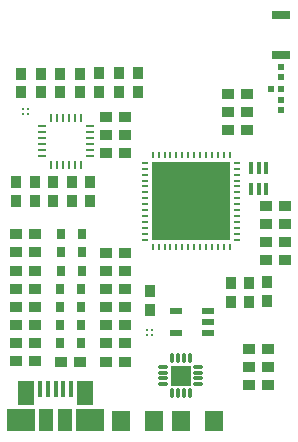
<source format=gtp>
%FSLAX25Y25*%
%MOIN*%
G70*
G01*
G75*
G04 Layer_Color=8421504*
%ADD10R,0.03937X0.03740*%
%ADD11R,0.25984X0.25984*%
%ADD12O,0.00945X0.02362*%
%ADD13O,0.02362X0.00945*%
%ADD14R,0.02165X0.02362*%
%ADD15R,0.02362X0.02165*%
%ADD16R,0.03740X0.03937*%
%ADD17C,0.00984*%
%ADD18R,0.01772X0.05433*%
%ADD19R,0.09350X0.07480*%
%ADD20R,0.04606X0.07480*%
%ADD21R,0.05807X0.08268*%
%ADD22R,0.03150X0.00984*%
%ADD23R,0.00984X0.03150*%
%ADD24R,0.03937X0.02165*%
%ADD25R,0.04134X0.02362*%
%ADD26R,0.06693X0.06693*%
%ADD27O,0.03347X0.01102*%
%ADD28O,0.01102X0.03347*%
%ADD29R,0.03150X0.03740*%
%ADD30R,0.06299X0.07087*%
%ADD31R,0.01378X0.03937*%
%ADD32R,0.06299X0.03150*%
%ADD33C,0.01200*%
%ADD34C,0.00800*%
%ADD35C,0.01500*%
%ADD36C,0.02000*%
%ADD37C,0.01000*%
%ADD38C,0.01826*%
%ADD39R,0.04000X0.04100*%
%ADD40R,0.01300X0.04400*%
%ADD41R,0.04000X0.04200*%
%ADD42C,0.05906*%
%ADD43R,0.05906X0.05906*%
%ADD44C,0.02200*%
%ADD45C,0.04331*%
%ADD46C,0.05000*%
%ADD47C,0.04000*%
%ADD48R,0.06728X0.02402*%
%ADD49C,0.03098*%
%ADD50R,0.02362X0.03937*%
%ADD51R,0.03937X0.02362*%
%ADD52R,0.07500X0.05500*%
%ADD53R,0.07100X0.05500*%
%ADD54R,0.05500X0.07500*%
%ADD55R,0.03200X0.05900*%
%ADD56R,0.04724X0.04331*%
%ADD57R,0.05906X0.03150*%
%ADD58R,0.02402X0.06728*%
%ADD59C,0.01800*%
%ADD60C,0.01181*%
%ADD61C,0.01969*%
%ADD62R,0.02362X0.02362*%
%ADD63C,0.00394*%
%ADD64C,0.00591*%
%ADD65C,0.00787*%
%ADD66C,0.00315*%
%ADD67C,0.00400*%
%ADD68C,0.00600*%
%ADD69C,0.00700*%
D10*
X316750Y304700D02*
D03*
X310450D02*
D03*
X309750Y389600D02*
D03*
X303450D02*
D03*
X316750Y310700D02*
D03*
X310450D02*
D03*
X239150Y312400D02*
D03*
X232850D02*
D03*
X269150Y387800D02*
D03*
X262850D02*
D03*
X269150Y381800D02*
D03*
X262850D02*
D03*
X239150Y348900D02*
D03*
X232850D02*
D03*
X239150Y342700D02*
D03*
X232850D02*
D03*
Y336700D02*
D03*
X239150D02*
D03*
X232850Y330700D02*
D03*
X239150D02*
D03*
Y324700D02*
D03*
X232850D02*
D03*
X239150Y318700D02*
D03*
X232850D02*
D03*
X262850Y348700D02*
D03*
X269150D02*
D03*
X262850Y342700D02*
D03*
X269150D02*
D03*
X262850Y336700D02*
D03*
X269150D02*
D03*
X262850Y330700D02*
D03*
X269150D02*
D03*
Y324700D02*
D03*
X262850D02*
D03*
X269150Y318700D02*
D03*
X262850D02*
D03*
X247850Y312300D02*
D03*
X254150D02*
D03*
X262850D02*
D03*
X269150D02*
D03*
Y394000D02*
D03*
X262850D02*
D03*
X322350Y352300D02*
D03*
X316050D02*
D03*
Y346300D02*
D03*
X322350D02*
D03*
X309750Y401600D02*
D03*
X303450D02*
D03*
X309750Y395600D02*
D03*
X303450D02*
D03*
X322350Y364300D02*
D03*
X316050D02*
D03*
X322350Y358300D02*
D03*
X316050D02*
D03*
X232850Y354900D02*
D03*
X239150D02*
D03*
X310350Y316700D02*
D03*
X316650D02*
D03*
D11*
X291100Y365800D02*
D03*
D12*
X292084Y381154D02*
D03*
X294053D02*
D03*
X296021D02*
D03*
X297990D02*
D03*
X299958D02*
D03*
X301927D02*
D03*
X303895D02*
D03*
X290116D02*
D03*
X288147D02*
D03*
X286179D02*
D03*
X284210D02*
D03*
X282242D02*
D03*
X280273D02*
D03*
X278305D02*
D03*
Y350446D02*
D03*
X280273D02*
D03*
X282242D02*
D03*
X284210D02*
D03*
X286179D02*
D03*
X288147D02*
D03*
X290116D02*
D03*
X303895D02*
D03*
X301927D02*
D03*
X299958D02*
D03*
X297990D02*
D03*
X296021D02*
D03*
X294053D02*
D03*
X292084D02*
D03*
D13*
X306454Y353005D02*
D03*
Y354973D02*
D03*
Y356942D02*
D03*
Y358910D02*
D03*
Y360879D02*
D03*
Y362847D02*
D03*
Y364816D02*
D03*
Y378595D02*
D03*
Y376627D02*
D03*
Y374658D02*
D03*
Y372690D02*
D03*
Y370721D02*
D03*
Y368753D02*
D03*
Y366784D02*
D03*
X275746Y353005D02*
D03*
Y354973D02*
D03*
Y356942D02*
D03*
Y358910D02*
D03*
Y360879D02*
D03*
Y362847D02*
D03*
Y364816D02*
D03*
Y378595D02*
D03*
Y376627D02*
D03*
Y374658D02*
D03*
Y372690D02*
D03*
Y370721D02*
D03*
Y368753D02*
D03*
Y366784D02*
D03*
D14*
X321200Y407227D02*
D03*
Y410573D02*
D03*
Y399473D02*
D03*
Y396127D02*
D03*
D15*
X321173Y403100D02*
D03*
X317827D02*
D03*
D16*
X277400Y335950D02*
D03*
Y329650D02*
D03*
X310400Y338650D02*
D03*
Y332350D02*
D03*
X304300Y338650D02*
D03*
Y332350D02*
D03*
X239100Y365850D02*
D03*
Y372150D02*
D03*
X251300Y365850D02*
D03*
Y372150D02*
D03*
X247500Y408350D02*
D03*
Y402050D02*
D03*
X267000Y402150D02*
D03*
Y408450D02*
D03*
X234500Y408350D02*
D03*
Y402050D02*
D03*
X273500Y402150D02*
D03*
Y408450D02*
D03*
X254000Y408350D02*
D03*
Y402050D02*
D03*
X260500Y408450D02*
D03*
Y402150D02*
D03*
X241000Y408350D02*
D03*
Y402050D02*
D03*
X245100Y365850D02*
D03*
Y372150D02*
D03*
X257500Y365850D02*
D03*
Y372150D02*
D03*
X232800Y372250D02*
D03*
Y365950D02*
D03*
X316400Y338750D02*
D03*
Y332450D02*
D03*
D17*
X277987Y321213D02*
D03*
X276413D02*
D03*
Y322787D02*
D03*
X277987D02*
D03*
X236587Y394913D02*
D03*
X235013D02*
D03*
Y396487D02*
D03*
X236587D02*
D03*
D18*
X245893Y303265D02*
D03*
X240775D02*
D03*
X251011D02*
D03*
X248452D02*
D03*
X243334D02*
D03*
D19*
X234426Y292792D02*
D03*
X257360D02*
D03*
D20*
X249180D02*
D03*
X242605D02*
D03*
D21*
X255588Y301847D02*
D03*
X236198D02*
D03*
D22*
X257274Y380879D02*
D03*
Y382847D02*
D03*
Y384816D02*
D03*
Y386784D02*
D03*
Y388753D02*
D03*
Y390721D02*
D03*
X241526D02*
D03*
Y388753D02*
D03*
Y386784D02*
D03*
Y384816D02*
D03*
Y382847D02*
D03*
Y380879D02*
D03*
D23*
X244479Y393674D02*
D03*
X246447D02*
D03*
X248416D02*
D03*
X250384D02*
D03*
X252353D02*
D03*
X254321D02*
D03*
Y377926D02*
D03*
X252353D02*
D03*
X250384D02*
D03*
X248416D02*
D03*
X246447D02*
D03*
X244479D02*
D03*
D24*
X285985Y321860D02*
D03*
Y329340D02*
D03*
D25*
X296615D02*
D03*
Y321860D02*
D03*
Y325600D02*
D03*
D26*
X287600Y307700D02*
D03*
D27*
X281793Y308684D02*
D03*
Y306716D02*
D03*
Y304747D02*
D03*
Y310653D02*
D03*
X293407D02*
D03*
Y304747D02*
D03*
Y306716D02*
D03*
Y308684D02*
D03*
D28*
X288584Y313507D02*
D03*
X286616D02*
D03*
X284647D02*
D03*
X290553D02*
D03*
Y301893D02*
D03*
X284647D02*
D03*
X286616D02*
D03*
X288584D02*
D03*
D29*
X247557Y348900D02*
D03*
X254643D02*
D03*
X247557Y342700D02*
D03*
X254643D02*
D03*
X254543Y336700D02*
D03*
X247457D02*
D03*
X254543Y330700D02*
D03*
X247457D02*
D03*
Y324700D02*
D03*
X254543D02*
D03*
X247457Y318700D02*
D03*
X254543D02*
D03*
X254643Y354900D02*
D03*
X247557D02*
D03*
D30*
X278812Y292600D02*
D03*
X267788D02*
D03*
X287588D02*
D03*
X298612D02*
D03*
D31*
X313559Y369913D02*
D03*
X311000D02*
D03*
X316118D02*
D03*
Y377000D02*
D03*
X311000D02*
D03*
X313559D02*
D03*
D32*
X321100Y427993D02*
D03*
Y414607D02*
D03*
M02*

</source>
